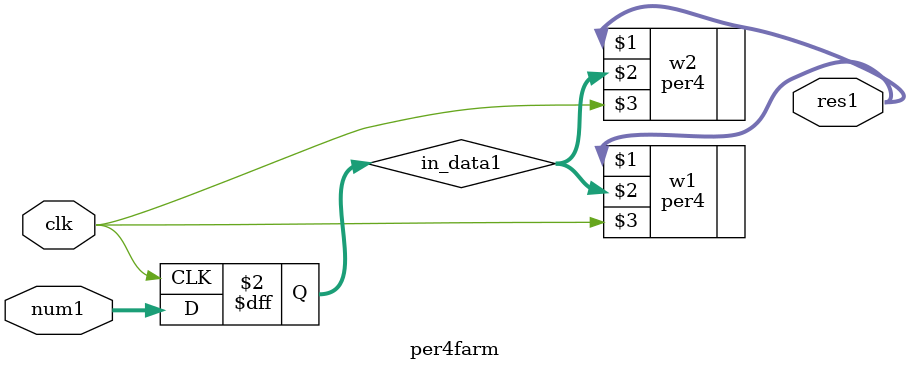
<source format=sv>
module per4farm (output [7:0]res1,input [7:0]num1,input clk);

  reg [7:0]in_data1;

  per4 w1 (res1,in_data1,clk);
  per4 w2 (res1,in_data1,clk);

  always @ ( posedge clk ) begin
    in_data1 = num1;
  end

endmodule

</source>
